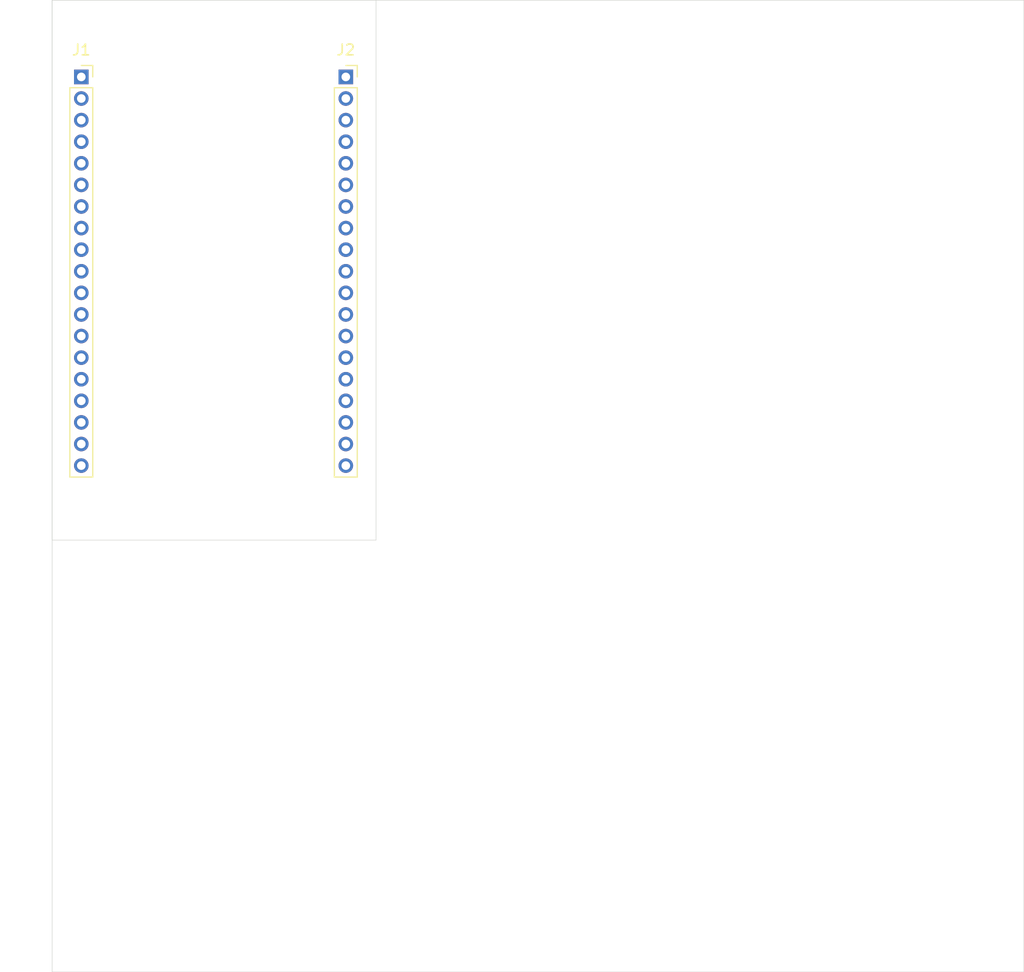
<source format=kicad_pcb>
(kicad_pcb (version 20241229) (generator "pcbnew") (generator_version "9.0")
  (layers (0 "F.Cu" signal) (2 "B.Cu" signal) (13 "F.Paste" user) (15 "B.Paste" user) (5 "F.SilkS" user "F.Silkscreen") (7 "B.SilkS" user "B.Silkscreen") (1 "F.Mask" user) (3 "B.Mask" user) (25 "Edge.Cuts" user))
  (net 0 "")
  (footprint "Connector_PinSocket_2.00mm:PinSocket_1x19_P2.00mm_Vertical" (layer "F.Cu") (at 154.6 64.4)
    (property "Reference" "J2" (at 0 -2.5 0) (layer "F.SilkS"))
    (property "Value" "Conn_01x19_Socket")
    (fp_line (start -1.06 1) (end -1.06 37.06) (stroke (width 0.12)) (layer "F.SilkS"))
    (fp_line (start -1.06 1) (end 1.06 1) (stroke (width 0.12)) (layer "F.SilkS"))
    (fp_line (start -1.06 37.06) (end 1.06 37.06) (stroke (width 0.12)) (layer "F.SilkS"))
    (fp_line (start 0 -1.06) (end 1.06 -1.06) (stroke (width 0.12)) (layer "F.SilkS"))
    (fp_line (start 1.06 -1.06) (end 1.06 0) (stroke (width 0.12)) (layer "F.SilkS"))
    (fp_line (start 1.06 1) (end 1.06 37.06) (stroke (width 0.12)) (layer "F.SilkS"))
    (pad "1" thru_hole rect (at 0 0) (size 1.35 1.35) (drill 0.8) (layers "*.Cu" "*.Mask"))
    (pad "2" thru_hole circle (at 0 2) (size 1.35 1.35) (drill 0.8) (layers "*.Cu" "*.Mask"))
    (pad "3" thru_hole circle (at 0 4) (size 1.35 1.35) (drill 0.8) (layers "*.Cu" "*.Mask"))
    (pad "4" thru_hole circle (at 0 6) (size 1.35 1.35) (drill 0.8) (layers "*.Cu" "*.Mask"))
    (pad "5" thru_hole circle (at 0 8) (size 1.35 1.35) (drill 0.8) (layers "*.Cu" "*.Mask"))
    (pad "6" thru_hole circle (at 0 10) (size 1.35 1.35) (drill 0.8) (layers "*.Cu" "*.Mask"))
    (pad "7" thru_hole circle (at 0 12) (size 1.35 1.35) (drill 0.8) (layers "*.Cu" "*.Mask"))
    (pad "8" thru_hole circle (at 0 14) (size 1.35 1.35) (drill 0.8) (layers "*.Cu" "*.Mask"))
    (pad "9" thru_hole circle (at 0 16) (size 1.35 1.35) (drill 0.8) (layers "*.Cu" "*.Mask"))
    (pad "10" thru_hole circle (at 0 18) (size 1.35 1.35) (drill 0.8) (layers "*.Cu" "*.Mask"))
    (pad "11" thru_hole circle (at 0 20) (size 1.35 1.35) (drill 0.8) (layers "*.Cu" "*.Mask"))
    (pad "12" thru_hole circle (at 0 22) (size 1.35 1.35) (drill 0.8) (layers "*.Cu" "*.Mask"))
    (pad "13" thru_hole circle (at 0 24) (size 1.35 1.35) (drill 0.8) (layers "*.Cu" "*.Mask"))
    (pad "14" thru_hole circle (at 0 26) (size 1.35 1.35) (drill 0.8) (layers "*.Cu" "*.Mask"))
    (pad "15" thru_hole circle (at 0 28) (size 1.35 1.35) (drill 0.8) (layers "*.Cu" "*.Mask"))
    (pad "16" thru_hole circle (at 0 30) (size 1.35 1.35) (drill 0.8) (layers "*.Cu" "*.Mask"))
    (pad "17" thru_hole circle (at 0 32) (size 1.35 1.35) (drill 0.8) (layers "*.Cu" "*.Mask"))
    (pad "18" thru_hole circle (at 0 34) (size 1.35 1.35) (drill 0.8) (layers "*.Cu" "*.Mask"))
    (pad "19" thru_hole circle (at 0 36) (size 1.35 1.35) (drill 0.8) (layers "*.Cu" "*.Mask"))
  )
  (footprint "Connector_PinSocket_2.00mm:PinSocket_1x19_P2.00mm_Vertical" (layer "F.Cu") (at 130.1 64.4)
    (property "Reference" "J1" (at 0 -2.5 0) (layer "F.SilkS"))
    (property "Value" "Conn_01x19_Socket")
    (fp_line (start -1.06 1) (end -1.06 37.06) (stroke (width 0.12)) (layer "F.SilkS"))
    (fp_line (start -1.06 1) (end 1.06 1) (stroke (width 0.12)) (layer "F.SilkS"))
    (fp_line (start -1.06 37.06) (end 1.06 37.06) (stroke (width 0.12)) (layer "F.SilkS"))
    (fp_line (start 0 -1.06) (end 1.06 -1.06) (stroke (width 0.12)) (layer "F.SilkS"))
    (fp_line (start 1.06 -1.06) (end 1.06 0) (stroke (width 0.12)) (layer "F.SilkS"))
    (fp_line (start 1.06 1) (end 1.06 37.06) (stroke (width 0.12)) (layer "F.SilkS"))
    (pad "1" thru_hole rect (at 0 0) (size 1.35 1.35) (drill 0.8) (layers "*.Cu" "*.Mask"))
    (pad "2" thru_hole circle (at 0 2) (size 1.35 1.35) (drill 0.8) (layers "*.Cu" "*.Mask"))
    (pad "3" thru_hole circle (at 0 4) (size 1.35 1.35) (drill 0.8) (layers "*.Cu" "*.Mask"))
    (pad "4" thru_hole circle (at 0 6) (size 1.35 1.35) (drill 0.8) (layers "*.Cu" "*.Mask"))
    (pad "5" thru_hole circle (at 0 8) (size 1.35 1.35) (drill 0.8) (layers "*.Cu" "*.Mask"))
    (pad "6" thru_hole circle (at 0 10) (size 1.35 1.35) (drill 0.8) (layers "*.Cu" "*.Mask"))
    (pad "7" thru_hole circle (at 0 12) (size 1.35 1.35) (drill 0.8) (layers "*.Cu" "*.Mask"))
    (pad "8" thru_hole circle (at 0 14) (size 1.35 1.35) (drill 0.8) (layers "*.Cu" "*.Mask"))
    (pad "9" thru_hole circle (at 0 16) (size 1.35 1.35) (drill 0.8) (layers "*.Cu" "*.Mask"))
    (pad "10" thru_hole circle (at 0 18) (size 1.35 1.35) (drill 0.8) (layers "*.Cu" "*.Mask"))
    (pad "11" thru_hole circle (at 0 20) (size 1.35 1.35) (drill 0.8) (layers "*.Cu" "*.Mask"))
    (pad "12" thru_hole circle (at 0 22) (size 1.35 1.35) (drill 0.8) (layers "*.Cu" "*.Mask"))
    (pad "13" thru_hole circle (at 0 24) (size 1.35 1.35) (drill 0.8) (layers "*.Cu" "*.Mask"))
    (pad "14" thru_hole circle (at 0 26) (size 1.35 1.35) (drill 0.8) (layers "*.Cu" "*.Mask"))
    (pad "15" thru_hole circle (at 0 28) (size 1.35 1.35) (drill 0.8) (layers "*.Cu" "*.Mask"))
    (pad "16" thru_hole circle (at 0 30) (size 1.35 1.35) (drill 0.8) (layers "*.Cu" "*.Mask"))
    (pad "17" thru_hole circle (at 0 32) (size 1.35 1.35) (drill 0.8) (layers "*.Cu" "*.Mask"))
    (pad "18" thru_hole circle (at 0 34) (size 1.35 1.35) (drill 0.8) (layers "*.Cu" "*.Mask"))
    (pad "19" thru_hole circle (at 0 36) (size 1.35 1.35) (drill 0.8) (layers "*.Cu" "*.Mask"))
  )
  (gr_rect (start 127.4 57.3) (end 157.4 107.3) (stroke (width 0.05)) (fill no) (layer "Edge.Cuts"))
  (gr_rect (start 127.4 57.3) (end 217.4 147.3) (stroke (width 0.05)) (fill no) (layer "Edge.Cuts"))
)
</source>
